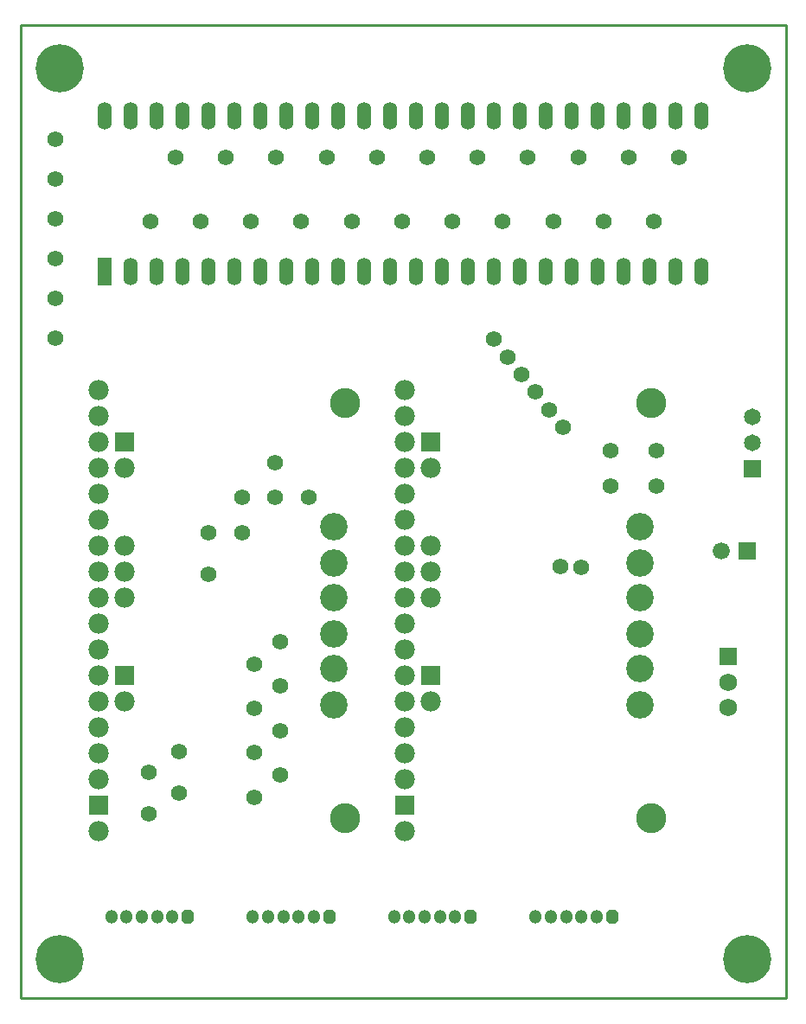
<source format=gbs>
G04*
G04 #@! TF.GenerationSoftware,Altium Limited,DefaultClient, ()*
G04*
G04 Layer_Color=16711935*
%FSLAX25Y25*%
%MOIN*%
G70*
G04*
G04 #@! TF.SameCoordinates,BEE212FD-1A4C-4D2E-9424-7381D7AD546F*
G04*
G04*
G04 #@! TF.FilePolarity,Negative*
G04*
G01*
G75*
%ADD11C,0.01000*%
%ADD15O,0.04931X0.05324*%
G04:AMPARAMS|DCode=16|XSize=49.31mil|YSize=53.24mil|CornerRadius=0mil|HoleSize=0mil|Usage=FLASHONLY|Rotation=180.000|XOffset=0mil|YOffset=0mil|HoleType=Round|Shape=Octagon|*
%AMOCTAGOND16*
4,1,8,0.01233,-0.02662,-0.01233,-0.02662,-0.02465,-0.01430,-0.02465,0.01430,-0.01233,0.02662,0.01233,0.02662,0.02465,0.01430,0.02465,-0.01430,0.01233,-0.02662,0.0*
%
%ADD16OCTAGOND16*%

%ADD17C,0.18600*%
%ADD18R,0.06600X0.06600*%
%ADD19C,0.06600*%
%ADD20C,0.06506*%
%ADD21R,0.06506X0.06506*%
%ADD22C,0.10600*%
%ADD23C,0.07800*%
%ADD24R,0.07800X0.07800*%
%ADD25C,0.11600*%
%ADD26C,0.06899*%
%ADD27R,0.06899X0.06899*%
%ADD28O,0.05600X0.10600*%
%ADD29R,0.05600X0.10600*%
%ADD30C,0.06200*%
D11*
X85000Y476500D02*
X380000D01*
Y101500D02*
Y476500D01*
X85000Y101500D02*
X380000D01*
X85000D02*
Y476500D01*
D15*
X283472Y133000D02*
D03*
X289378D02*
D03*
X295284D02*
D03*
X307095D02*
D03*
X301189D02*
D03*
X228972D02*
D03*
X234878D02*
D03*
X240784D02*
D03*
X252594D02*
D03*
X246689D02*
D03*
X174472D02*
D03*
X180378D02*
D03*
X186284D02*
D03*
X198094D02*
D03*
X192189D02*
D03*
X119973D02*
D03*
X125878D02*
D03*
X131783D02*
D03*
X143595D02*
D03*
X137689D02*
D03*
D16*
X313000D02*
D03*
X258500D02*
D03*
X204000D02*
D03*
X149500D02*
D03*
D17*
X365000Y116500D02*
D03*
X100000D02*
D03*
Y460000D02*
D03*
X365000D02*
D03*
D18*
Y274000D02*
D03*
D19*
X355000D02*
D03*
D20*
X367000Y325500D02*
D03*
Y315500D02*
D03*
D21*
Y305500D02*
D03*
D22*
X323700Y242020D02*
D03*
Y228480D02*
D03*
Y214700D02*
D03*
Y255799D02*
D03*
Y269339D02*
D03*
Y283119D02*
D03*
X205700Y242020D02*
D03*
Y228480D02*
D03*
Y214700D02*
D03*
Y255799D02*
D03*
Y269339D02*
D03*
Y283119D02*
D03*
D23*
X233000Y166000D02*
D03*
Y186000D02*
D03*
Y196000D02*
D03*
Y206000D02*
D03*
Y216000D02*
D03*
Y226000D02*
D03*
Y236000D02*
D03*
Y246000D02*
D03*
Y256000D02*
D03*
Y266000D02*
D03*
Y276000D02*
D03*
Y286000D02*
D03*
Y296000D02*
D03*
Y306000D02*
D03*
Y316000D02*
D03*
Y326000D02*
D03*
Y336000D02*
D03*
X243000Y216000D02*
D03*
Y256000D02*
D03*
Y266000D02*
D03*
Y276000D02*
D03*
Y306000D02*
D03*
X115000Y166000D02*
D03*
Y186000D02*
D03*
Y196000D02*
D03*
Y206000D02*
D03*
Y216000D02*
D03*
Y226000D02*
D03*
Y236000D02*
D03*
Y246000D02*
D03*
Y256000D02*
D03*
Y266000D02*
D03*
Y276000D02*
D03*
Y286000D02*
D03*
Y296000D02*
D03*
Y306000D02*
D03*
Y316000D02*
D03*
Y326000D02*
D03*
Y336000D02*
D03*
X125000Y216000D02*
D03*
Y256000D02*
D03*
Y266000D02*
D03*
Y276000D02*
D03*
Y306000D02*
D03*
D24*
X233000Y176000D02*
D03*
X243000Y226000D02*
D03*
Y316000D02*
D03*
X115000Y176000D02*
D03*
X125000Y226000D02*
D03*
Y316000D02*
D03*
D25*
X328000Y171000D02*
D03*
Y331000D02*
D03*
X210000Y171000D02*
D03*
Y331000D02*
D03*
D26*
X357701Y223315D02*
D03*
Y213472D02*
D03*
D27*
Y233157D02*
D03*
D28*
X347500Y441500D02*
D03*
X337500D02*
D03*
X327500D02*
D03*
X317500D02*
D03*
X307500D02*
D03*
X297500D02*
D03*
X287500D02*
D03*
X277500D02*
D03*
X267500D02*
D03*
X257500D02*
D03*
X247500D02*
D03*
X237500D02*
D03*
X227500D02*
D03*
X217500D02*
D03*
X207500D02*
D03*
X197500D02*
D03*
X187500D02*
D03*
X177500D02*
D03*
X167500D02*
D03*
X157500D02*
D03*
X147500D02*
D03*
X137500D02*
D03*
X127500D02*
D03*
X117500D02*
D03*
X347500Y381500D02*
D03*
X337500D02*
D03*
X327500D02*
D03*
X317500D02*
D03*
X307500D02*
D03*
X297500D02*
D03*
X287500D02*
D03*
X277500D02*
D03*
X267500D02*
D03*
X257500D02*
D03*
X247500D02*
D03*
X237500D02*
D03*
X227500D02*
D03*
X217500D02*
D03*
X207500D02*
D03*
X197500D02*
D03*
X187500D02*
D03*
X177500D02*
D03*
X167500D02*
D03*
X157500D02*
D03*
X147500D02*
D03*
X137500D02*
D03*
X127500D02*
D03*
D29*
X117500D02*
D03*
D30*
X272800Y348700D02*
D03*
X278100Y341900D02*
D03*
X267500Y355500D02*
D03*
X283400Y335100D02*
D03*
X288700Y328300D02*
D03*
X294000Y321500D02*
D03*
X293000Y268000D02*
D03*
X301000Y267500D02*
D03*
X312500Y312500D02*
D03*
X309682Y401000D02*
D03*
X329091D02*
D03*
X241750Y425500D02*
D03*
X261159D02*
D03*
X280568D02*
D03*
X299977D02*
D03*
X290273Y401000D02*
D03*
X270864D02*
D03*
X251454D02*
D03*
X232045D02*
D03*
X319386Y425500D02*
D03*
X338795D02*
D03*
X144704D02*
D03*
X164114D02*
D03*
X202932D02*
D03*
X183523D02*
D03*
X173818Y401000D02*
D03*
X193227D02*
D03*
X154409D02*
D03*
X183167Y308000D02*
D03*
X196000Y294500D02*
D03*
X170333D02*
D03*
X157500Y265000D02*
D03*
Y281000D02*
D03*
X170333D02*
D03*
X183167Y294500D02*
D03*
X175000Y230429D02*
D03*
X185000Y239000D02*
D03*
X175000Y213286D02*
D03*
Y196143D02*
D03*
X185000Y221857D02*
D03*
Y204714D02*
D03*
Y187571D02*
D03*
X175000Y179000D02*
D03*
X222341Y425500D02*
D03*
X212636Y401000D02*
D03*
X98500Y417200D02*
D03*
Y401900D02*
D03*
Y386600D02*
D03*
Y371300D02*
D03*
Y356000D02*
D03*
X146000Y196500D02*
D03*
X134500Y188500D02*
D03*
X146000Y180500D02*
D03*
X134500Y172500D02*
D03*
X135000Y401000D02*
D03*
X98500Y432500D02*
D03*
X312500Y299000D02*
D03*
X330000Y312500D02*
D03*
Y299000D02*
D03*
M02*

</source>
